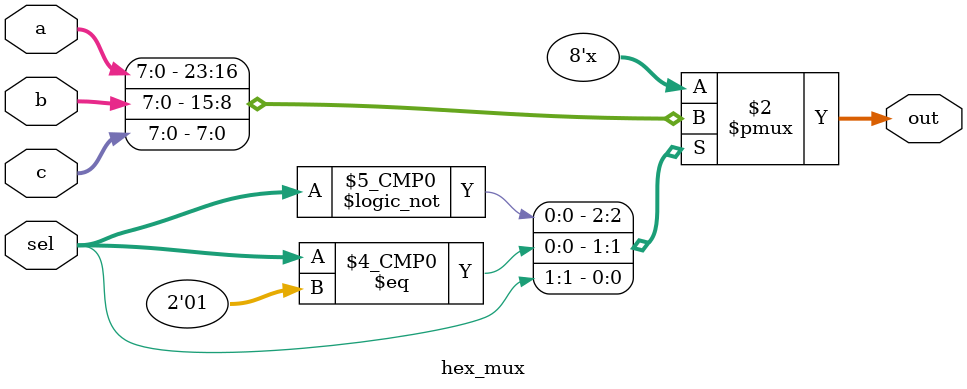
<source format=v>
module hex_mux ( input [7:0] a,                 // block 1
                       input [7:0] b,                 // block 2
                       input [7:0] c,                 // block 3
                       input [1:0] sel,               
                       output reg [7:0] out);         
 always @ (a or b or c or sel) begin
      casex (sel)
         2'b00 : out <= a;
         2'b01 : out <= b;
         2'b1x : out <= c;
      endcase
   end
endmodule

</source>
